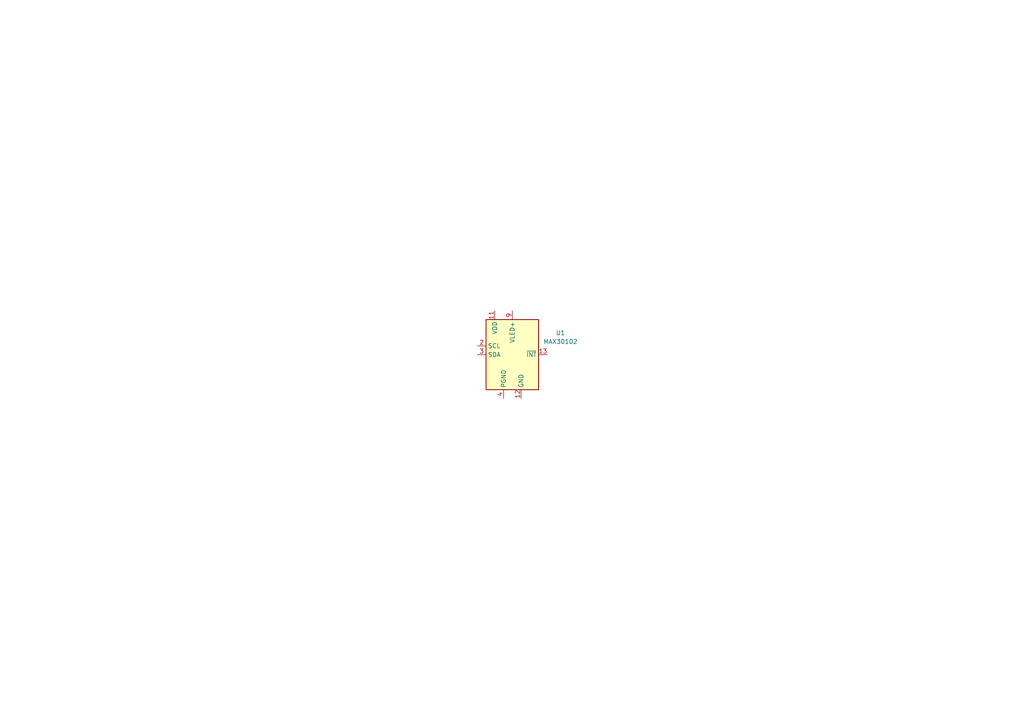
<source format=kicad_sch>
(kicad_sch
	(version 20231120)
	(generator "eeschema")
	(generator_version "8.0")
	(uuid "7b94492d-8d26-4447-aafa-81527592b554")
	(paper "A4")
	(lib_symbols
		(symbol "Sensor:MAX30102"
			(exclude_from_sim no)
			(in_bom yes)
			(on_board yes)
			(property "Reference" "U"
				(at 7.62 15.24 0)
				(effects
					(font
						(size 1.27 1.27)
					)
				)
			)
			(property "Value" "MAX30102"
				(at 7.62 12.7 0)
				(effects
					(font
						(size 1.27 1.27)
					)
				)
			)
			(property "Footprint" "OptoDevice:Maxim_OLGA-14_3.3x5.6mm_P0.8mm"
				(at 0 -2.54 0)
				(effects
					(font
						(size 1.27 1.27)
					)
					(hide yes)
				)
			)
			(property "Datasheet" "https://datasheets.maximintegrated.com/en/ds/MAX30102.pdf"
				(at 0 0 0)
				(effects
					(font
						(size 1.27 1.27)
					)
					(hide yes)
				)
			)
			(property "Description" "Heart Rate Sensor, 14-OLGA"
				(at 0 0 0)
				(effects
					(font
						(size 1.27 1.27)
					)
					(hide yes)
				)
			)
			(property "ki_keywords" "Heart Rate"
				(at 0 0 0)
				(effects
					(font
						(size 1.27 1.27)
					)
					(hide yes)
				)
			)
			(property "ki_fp_filters" "Maxim*OLGA*3.3x5.6mm*P0.8mm*"
				(at 0 0 0)
				(effects
					(font
						(size 1.27 1.27)
					)
					(hide yes)
				)
			)
			(symbol "MAX30102_0_1"
				(rectangle
					(start -7.62 10.16)
					(end 7.62 -10.16)
					(stroke
						(width 0.254)
						(type default)
					)
					(fill
						(type background)
					)
				)
			)
			(symbol "MAX30102_1_1"
				(pin no_connect line
					(at -7.62 5.08 0)
					(length 2.54) hide
					(name "NC"
						(effects
							(font
								(size 1.27 1.27)
							)
						)
					)
					(number "1"
						(effects
							(font
								(size 1.27 1.27)
							)
						)
					)
				)
				(pin passive line
					(at 0 12.7 270)
					(length 2.54) hide
					(name "VLED+"
						(effects
							(font
								(size 1.27 1.27)
							)
						)
					)
					(number "10"
						(effects
							(font
								(size 1.27 1.27)
							)
						)
					)
				)
				(pin power_in line
					(at -5.08 12.7 270)
					(length 2.54)
					(name "VDD"
						(effects
							(font
								(size 1.27 1.27)
							)
						)
					)
					(number "11"
						(effects
							(font
								(size 1.27 1.27)
							)
						)
					)
				)
				(pin power_in line
					(at 2.54 -12.7 90)
					(length 2.54)
					(name "GND"
						(effects
							(font
								(size 1.27 1.27)
							)
						)
					)
					(number "12"
						(effects
							(font
								(size 1.27 1.27)
							)
						)
					)
				)
				(pin output line
					(at 10.16 0 180)
					(length 2.54)
					(name "~{INT}"
						(effects
							(font
								(size 1.27 1.27)
							)
						)
					)
					(number "13"
						(effects
							(font
								(size 1.27 1.27)
							)
						)
					)
				)
				(pin no_connect line
					(at 7.62 2.54 180)
					(length 2.54) hide
					(name "NC"
						(effects
							(font
								(size 1.27 1.27)
							)
						)
					)
					(number "14"
						(effects
							(font
								(size 1.27 1.27)
							)
						)
					)
				)
				(pin input line
					(at -10.16 2.54 0)
					(length 2.54)
					(name "SCL"
						(effects
							(font
								(size 1.27 1.27)
							)
						)
					)
					(number "2"
						(effects
							(font
								(size 1.27 1.27)
							)
						)
					)
				)
				(pin bidirectional line
					(at -10.16 0 0)
					(length 2.54)
					(name "SDA"
						(effects
							(font
								(size 1.27 1.27)
							)
						)
					)
					(number "3"
						(effects
							(font
								(size 1.27 1.27)
							)
						)
					)
				)
				(pin power_in line
					(at -2.54 -12.7 90)
					(length 2.54)
					(name "PGND"
						(effects
							(font
								(size 1.27 1.27)
							)
						)
					)
					(number "4"
						(effects
							(font
								(size 1.27 1.27)
							)
						)
					)
				)
				(pin no_connect line
					(at 7.62 -7.62 180)
					(length 2.54) hide
					(name "NC"
						(effects
							(font
								(size 1.27 1.27)
							)
						)
					)
					(number "5"
						(effects
							(font
								(size 1.27 1.27)
							)
						)
					)
				)
				(pin no_connect line
					(at 7.62 -5.08 180)
					(length 2.54) hide
					(name "NC"
						(effects
							(font
								(size 1.27 1.27)
							)
						)
					)
					(number "6"
						(effects
							(font
								(size 1.27 1.27)
							)
						)
					)
				)
				(pin no_connect line
					(at -7.62 -2.54 0)
					(length 2.54) hide
					(name "NC"
						(effects
							(font
								(size 1.27 1.27)
							)
						)
					)
					(number "7"
						(effects
							(font
								(size 1.27 1.27)
							)
						)
					)
				)
				(pin no_connect line
					(at 7.62 5.08 180)
					(length 2.54) hide
					(name "NC"
						(effects
							(font
								(size 1.27 1.27)
							)
						)
					)
					(number "8"
						(effects
							(font
								(size 1.27 1.27)
							)
						)
					)
				)
				(pin power_in line
					(at 0 12.7 270)
					(length 2.54)
					(name "VLED+"
						(effects
							(font
								(size 1.27 1.27)
							)
						)
					)
					(number "9"
						(effects
							(font
								(size 1.27 1.27)
							)
						)
					)
				)
			)
		)
	)
	(symbol
		(lib_id "Sensor:MAX30102")
		(at 148.59 102.87 0)
		(unit 1)
		(exclude_from_sim no)
		(in_bom yes)
		(on_board yes)
		(dnp no)
		(fields_autoplaced yes)
		(uuid "d6fe58e3-2afa-4d06-ba03-c329d1539dc0")
		(property "Reference" "U1"
			(at 162.56 96.5514 0)
			(effects
				(font
					(size 1.27 1.27)
				)
			)
		)
		(property "Value" "MAX30102"
			(at 162.56 99.0914 0)
			(effects
				(font
					(size 1.27 1.27)
				)
			)
		)
		(property "Footprint" "OptoDevice:Maxim_OLGA-14_3.3x5.6mm_P0.8mm"
			(at 148.59 105.41 0)
			(effects
				(font
					(size 1.27 1.27)
				)
				(hide yes)
			)
		)
		(property "Datasheet" "https://datasheets.maximintegrated.com/en/ds/MAX30102.pdf"
			(at 148.59 102.87 0)
			(effects
				(font
					(size 1.27 1.27)
				)
				(hide yes)
			)
		)
		(property "Description" "Heart Rate Sensor, 14-OLGA"
			(at 148.59 102.87 0)
			(effects
				(font
					(size 1.27 1.27)
				)
				(hide yes)
			)
		)
		(pin "12"
			(uuid "498a8539-d95b-4d5e-9585-2fc08552d2ad")
		)
		(pin "11"
			(uuid "2f5ae5ec-49ee-44e1-afb5-bbe0703aa775")
		)
		(pin "4"
			(uuid "7abe5995-fbc9-44ec-af35-5bf2969b30c8")
		)
		(pin "13"
			(uuid "f93f70b4-429a-436e-a181-a6b77ca587f0")
		)
		(pin "6"
			(uuid "b8ecd9b9-fed9-456c-81e7-16d22c879aee")
		)
		(pin "10"
			(uuid "db9d2fde-ba46-4064-a349-df96bbba44f4")
		)
		(pin "5"
			(uuid "ef856403-7d9a-4b06-a127-7901a9cbadfd")
		)
		(pin "3"
			(uuid "c8f926b5-88fe-49fd-b786-d09e6f4c6a54")
		)
		(pin "14"
			(uuid "a86d2a06-ffe3-4b0a-87b3-09bb765d493f")
		)
		(pin "1"
			(uuid "bb2d5aec-7f0c-47a3-9e00-bec1f48e2d7d")
		)
		(pin "8"
			(uuid "7aa897bc-3716-42f0-8149-14c8e82ae3da")
		)
		(pin "2"
			(uuid "12b2114b-d428-46fe-8056-63bdfc77595d")
		)
		(pin "7"
			(uuid "8e1a2f56-cb91-4981-8826-db4ad397fd3a")
		)
		(pin "9"
			(uuid "0f3208e7-9259-4240-93ea-7cc9fd7e8729")
		)
		(instances
			(project ""
				(path "/7b94492d-8d26-4447-aafa-81527592b554"
					(reference "U1")
					(unit 1)
				)
			)
		)
	)
	(sheet_instances
		(path "/"
			(page "1")
		)
	)
)

</source>
